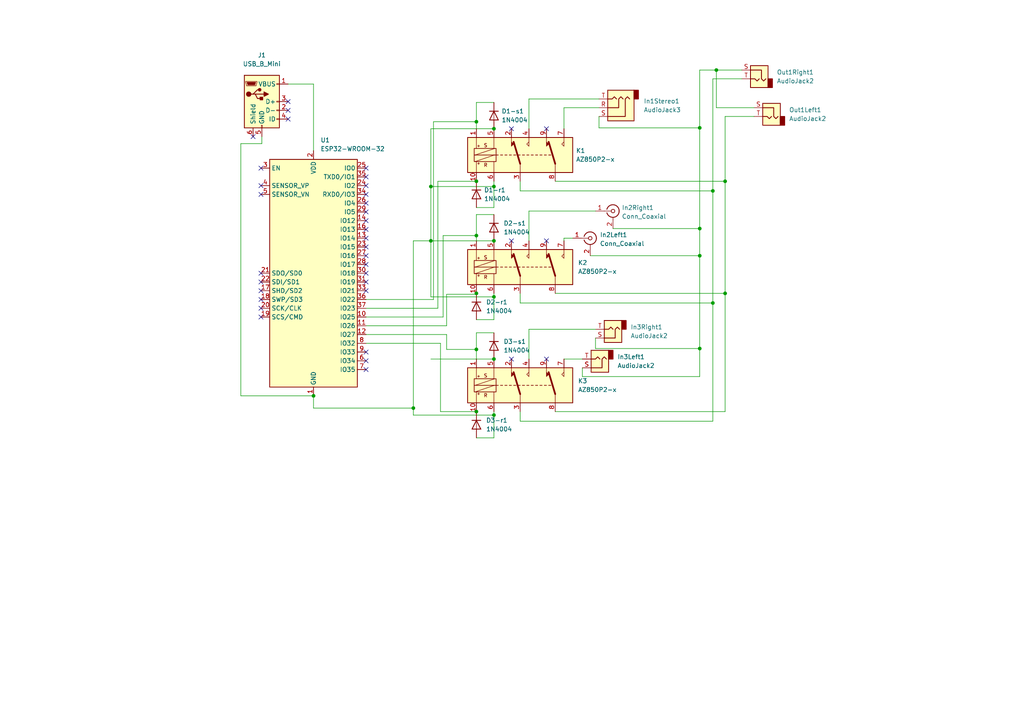
<source format=kicad_sch>
(kicad_sch (version 20211123) (generator eeschema)
  (paper "A4")
  (lib_symbols
    (symbol "Connector:AudioJack2"
      (property "Reference" "J" (at 0 8.89 0))
      (property "Value" "AudioJack2" (at 0 6.35 0))
      (symbol "AudioJack2_0_1"
        (rectangle (start -3.81 0) (end -2.54 -2.54) (stroke (width 0.254)) (fill (type outline)))
        (rectangle (start -2.54 3.81) (end 2.54 -2.54) (stroke (width 0.254)) (fill (type background)))
        (polyline (pts (xy 0 0) (xy 0.635 -0.635) (xy 1.27 0) (xy 2.54 0)) (stroke (width 0.254)))
        (polyline (pts (xy 2.54 2.54) (xy -0.635 2.54) (xy -0.635 0) (xy -1.27 -0.635) (xy -1.905 0)) (stroke (width 0.254)))
      )
      (symbol "AudioJack2_1_1"
        (pin passive line (at 5.08 2.54 180) (length 2.54) (name "~") (number "S"))
        (pin passive line (at 5.08 0 180) (length 2.54) (name "~") (number "T"))
      )
    )
    (symbol "Connector:AudioJack3"
      (property "Reference" "J" (at 0 8.89 0))
      (property "Value" "AudioJack3" (at 0 6.35 0))
      (symbol "AudioJack3_0_1"
        (rectangle (start -5.08 -5.08) (end -6.35 -2.54) (stroke (width 0.254)) (fill (type outline)))
        (polyline (pts (xy 0 -2.54) (xy 0.635 -3.175) (xy 1.27 -2.54) (xy 2.54 -2.54)) (stroke (width 0.254)))
        (polyline (pts (xy -1.905 -2.54) (xy -1.27 -3.175) (xy -0.635 -2.54) (xy -0.635 0) (xy 2.54 0)) (stroke (width 0.254)))
        (polyline (pts (xy 2.54 2.54) (xy -2.54 2.54) (xy -2.54 -2.54) (xy -3.175 -3.175) (xy -3.81 -2.54)) (stroke (width 0.254)))
        (rectangle (start 2.54 3.81) (end -5.08 -5.08) (stroke (width 0.254)) (fill (type background)))
      )
      (symbol "AudioJack3_1_1"
        (pin passive line (at 5.08 0 180) (length 2.54) (name "~") (number "R"))
        (pin passive line (at 5.08 2.54 180) (length 2.54) (name "~") (number "S"))
        (pin passive line (at 5.08 -2.54 180) (length 2.54) (name "~") (number "T"))
      )
    )
    (symbol "Connector:Conn_Coaxial" (pin_names (offset 1.016) hide)
      (property "Reference" "J" (at 0.254 3.048 0))
      (property "Value" "Conn_Coaxial" (at 2.921 0 90))
      (symbol "Conn_Coaxial_0_1"
        (arc (start -1.778 -0.508) (mid 0.222 -1.808) (end 1.778 0) (stroke (width 0.254)))
        (polyline (pts (xy -2.54 0) (xy -0.508 0)))
        (polyline (pts (xy 0 -2.54) (xy 0 -1.778)))
        (circle (center 0 0) (radius 0.508) (stroke (width 0.2032)))
        (arc (start 1.778 0) (mid 0.2221 1.8083) (end -1.778 0.508) (stroke (width 0.254)))
      )
      (symbol "Conn_Coaxial_1_1"
        (pin passive line (at -5.08 0 0) (length 2.54) (name "In") (number "1"))
        (pin passive line (at 0 -5.08 90) (length 2.54) (name "Ext") (number "2"))
      )
    )
    (symbol "Connector:USB_B_Mini" (pin_names (offset 1.016))
      (property "Reference" "J" (at -5.08 11.43 0))
      (property "Value" "USB_B_Mini" (at -5.08 8.89 0))
      (symbol "USB_B_Mini_0_1"
        (rectangle (start -5.08 -7.62) (end 5.08 7.62) (stroke (width 0.254)) (fill (type background)))
        (circle (center -3.81 2.159) (radius 0.635) (stroke (width 0.254)) (fill (type outline)))
        (circle (center -0.635 3.429) (radius 0.381) (stroke (width 0.254)) (fill (type outline)))
        (rectangle (start -0.127 -7.62) (end 0.127 -6.858))
        (polyline (pts (xy -1.905 2.159) (xy 0.635 2.159)) (stroke (width 0.254)))
        (polyline (pts (xy -3.175 2.159) (xy -2.54 2.159) (xy -1.27 3.429) (xy -0.635 3.429)) (stroke (width 0.254)))
        (polyline (pts (xy -2.54 2.159) (xy -1.905 2.159) (xy -1.27 0.889) (xy 0 0.889)) (stroke (width 0.254)))
        (polyline (pts (xy 0.635 2.794) (xy 0.635 1.524) (xy 1.905 2.159) (xy 0.635 2.794)) (stroke (width 0.254)) (fill (type outline)))
        (polyline (pts (xy -4.318 5.588) (xy -1.778 5.588) (xy -2.032 4.826) (xy -4.064 4.826) (xy -4.318 5.588)) (fill (type outline)))
        (polyline (pts (xy -4.699 5.842) (xy -4.699 5.588) (xy -4.445 4.826) (xy -4.445 4.572) (xy -1.651 4.572) (xy -1.651 4.826) (xy -1.397 5.588) (xy -1.397 5.842) (xy -4.699 5.842)))
        (rectangle (start 0.254 1.27) (end -0.508 0.508) (stroke (width 0.254)) (fill (type outline)))
        (rectangle (start 5.08 -5.207) (end 4.318 -4.953))
        (rectangle (start 5.08 -2.667) (end 4.318 -2.413))
        (rectangle (start 5.08 -0.127) (end 4.318 0.127))
        (rectangle (start 5.08 4.953) (end 4.318 5.207))
      )
      (symbol "USB_B_Mini_1_1"
        (pin power_out line (at 7.62 5.08 180) (length 2.54) (name "VBUS") (number "1"))
        (pin bidirectional line (at 7.62 -2.54 180) (length 2.54) (name "D-") (number "2"))
        (pin bidirectional line (at 7.62 0 180) (length 2.54) (name "D+") (number "3"))
        (pin passive line (at 7.62 -5.08 180) (length 2.54) (name "ID") (number "4"))
        (pin power_out line (at 0 -10.16 90) (length 2.54) (name "GND") (number "5"))
        (pin passive line (at -2.54 -10.16 90) (length 2.54) (name "Shield") (number "6"))
      )
    )
    (symbol "Diode:1N4004" (pin_numbers hide) (pin_names (offset 1.016) hide)
      (property "Reference" "D" (at 0 2.54 0))
      (property "Value" "1N4004" (at 0 -2.54 0))
      (symbol "1N4004_0_1"
        (polyline (pts (xy -1.27 1.27) (xy -1.27 -1.27)) (stroke (width 0.254)))
        (polyline (pts (xy 1.27 0) (xy -1.27 0)))
        (polyline (pts (xy 1.27 1.27) (xy 1.27 -1.27) (xy -1.27 0) (xy 1.27 1.27)) (stroke (width 0.254)))
      )
      (symbol "1N4004_1_1"
        (pin passive line (at -3.81 0 0) (length 2.54) (name "K") (number "1"))
        (pin passive line (at 3.81 0 180) (length 2.54) (name "A") (number "2"))
      )
    )
    (symbol "RF_Module:ESP32-WROOM-32"
      (property "Reference" "U" (at -12.7 34.29 0))
      (property "Value" "ESP32-WROOM-32" (at 1.27 34.29 0))
      (symbol "ESP32-WROOM-32_0_1"
        (rectangle (start -12.7 33.02) (end 12.7 -33.02) (stroke (width 0.254)) (fill (type background)))
      )
      (symbol "ESP32-WROOM-32_1_1"
        (pin power_in line (at 0 -35.56 90) (length 2.54) (name "GND") (number "1"))
        (pin bidirectional line (at 15.24 -12.7 180) (length 2.54) (name "IO25") (number "10"))
        (pin bidirectional line (at 15.24 -15.24 180) (length 2.54) (name "IO26") (number "11"))
        (pin bidirectional line (at 15.24 -17.78 180) (length 2.54) (name "IO27") (number "12"))
        (pin bidirectional line (at 15.24 10.16 180) (length 2.54) (name "IO14") (number "13"))
        (pin bidirectional line (at 15.24 15.24 180) (length 2.54) (name "IO12") (number "14"))
        (pin passive line (at 0 -35.56 90) (length 2.54) hide (name "GND") (number "15"))
        (pin bidirectional line (at 15.24 12.7 180) (length 2.54) (name "IO13") (number "16"))
        (pin bidirectional line (at -15.24 -5.08 0) (length 2.54) (name "SHD/SD2") (number "17"))
        (pin bidirectional line (at -15.24 -7.62 0) (length 2.54) (name "SWP/SD3") (number "18"))
        (pin bidirectional line (at -15.24 -12.7 0) (length 2.54) (name "SCS/CMD") (number "19"))
        (pin power_in line (at 0 35.56 270) (length 2.54) (name "VDD") (number "2"))
        (pin bidirectional line (at -15.24 -10.16 0) (length 2.54) (name "SCK/CLK") (number "20"))
        (pin bidirectional line (at -15.24 0 0) (length 2.54) (name "SDO/SD0") (number "21"))
        (pin bidirectional line (at -15.24 -2.54 0) (length 2.54) (name "SDI/SD1") (number "22"))
        (pin bidirectional line (at 15.24 7.62 180) (length 2.54) (name "IO15") (number "23"))
        (pin bidirectional line (at 15.24 25.4 180) (length 2.54) (name "IO2") (number "24"))
        (pin bidirectional line (at 15.24 30.48 180) (length 2.54) (name "IO0") (number "25"))
        (pin bidirectional line (at 15.24 20.32 180) (length 2.54) (name "IO4") (number "26"))
        (pin bidirectional line (at 15.24 5.08 180) (length 2.54) (name "IO16") (number "27"))
        (pin bidirectional line (at 15.24 2.54 180) (length 2.54) (name "IO17") (number "28"))
        (pin bidirectional line (at 15.24 17.78 180) (length 2.54) (name "IO5") (number "29"))
        (pin input line (at -15.24 30.48 0) (length 2.54) (name "EN") (number "3"))
        (pin bidirectional line (at 15.24 0 180) (length 2.54) (name "IO18") (number "30"))
        (pin bidirectional line (at 15.24 -2.54 180) (length 2.54) (name "IO19") (number "31"))
        (pin no_connect line (at -12.7 -27.94 0) (length 2.54) hide (name "NC") (number "32"))
        (pin bidirectional line (at 15.24 -5.08 180) (length 2.54) (name "IO21") (number "33"))
        (pin bidirectional line (at 15.24 22.86 180) (length 2.54) (name "RXD0/IO3") (number "34"))
        (pin bidirectional line (at 15.24 27.94 180) (length 2.54) (name "TXD0/IO1") (number "35"))
        (pin bidirectional line (at 15.24 -7.62 180) (length 2.54) (name "IO22") (number "36"))
        (pin bidirectional line (at 15.24 -10.16 180) (length 2.54) (name "IO23") (number "37"))
        (pin passive line (at 0 -35.56 90) (length 2.54) hide (name "GND") (number "38"))
        (pin passive line (at 0 -35.56 90) (length 2.54) hide (name "GND") (number "39"))
        (pin input line (at -15.24 25.4 0) (length 2.54) (name "SENSOR_VP") (number "4"))
        (pin input line (at -15.24 22.86 0) (length 2.54) (name "SENSOR_VN") (number "5"))
        (pin input line (at 15.24 -25.4 180) (length 2.54) (name "IO34") (number "6"))
        (pin input line (at 15.24 -27.94 180) (length 2.54) (name "IO35") (number "7"))
        (pin bidirectional line (at 15.24 -20.32 180) (length 2.54) (name "IO32") (number "8"))
        (pin bidirectional line (at 15.24 -22.86 180) (length 2.54) (name "IO33") (number "9"))
      )
    )
    (symbol "Relay:AZ850P2-x"
      (property "Reference" "K" (at 16.51 3.81 0))
      (property "Value" "AZ850P2-x" (at 16.51 1.27 0))
      (symbol "AZ850P2-x_0_0"
        (polyline (pts (xy -2.54 5.08) (xy -2.54 2.54) (xy -1.905 3.175) (xy -2.54 3.81)) (fill (type outline)))
        (polyline (pts (xy 2.54 5.08) (xy 2.54 2.54) (xy 1.905 3.175) (xy 2.54 3.81)))
        (polyline (pts (xy 7.62 5.08) (xy 7.62 2.54) (xy 8.255 3.175) (xy 7.62 3.81)) (fill (type outline)))
        (polyline (pts (xy 12.7 5.08) (xy 12.7 2.54) (xy 12.065 3.175) (xy 12.7 3.81)))
        (text "+" (at -12.065 -2.413 0) (effects (font (size 0.762 0.762))))
        (text "+" (at -12.065 2.667 0) (effects (font (size 0.762 0.762))))
        (text "R" (at -10.033 -2.921 0) (effects (font (size 1.016 1.016))))
        (text "S" (at -10.033 2.794 0) (effects (font (size 1.016 1.016))))
      )
      (symbol "AZ850P2-x_0_1"
        (rectangle (start -15.24 5.08) (end 15.24 -5.08) (stroke (width 0.254)) (fill (type background)))
        (rectangle (start -13.335 1.905) (end -6.985 -1.905) (stroke (width 0.2032)))
        (polyline (pts (xy -13.335 0) (xy -6.35 0)) (stroke (width 0.2032)))
        (polyline (pts (xy -13.081 -1.905) (xy -7.493 0)))
        (polyline (pts (xy -13.081 0) (xy -7.366 1.905)))
        (polyline (pts (xy -12.7 -5.08) (xy -12.7 -1.905)))
        (polyline (pts (xy -12.7 5.08) (xy -12.7 1.905)))
        (polyline (pts (xy -7.62 -5.08) (xy -7.62 -1.905)))
        (polyline (pts (xy -7.62 5.08) (xy -7.62 1.905)))
        (polyline (pts (xy -5.715 0) (xy -5.08 0)) (stroke (width 0.2032)))
        (polyline (pts (xy -4.445 0) (xy -3.81 0)) (stroke (width 0.2032)))
        (polyline (pts (xy -3.175 0) (xy -2.54 0)) (stroke (width 0.2032)))
        (polyline (pts (xy -1.905 0) (xy -1.27 0)) (stroke (width 0.2032)))
        (polyline (pts (xy -0.635 0) (xy 0 0)) (stroke (width 0.2032)))
        (polyline (pts (xy 0 -2.54) (xy -1.905 3.81)) (stroke (width 0.508)))
        (polyline (pts (xy 0 -2.54) (xy 0 -5.08)))
        (polyline (pts (xy 0.635 0) (xy 1.27 0)) (stroke (width 0.2032)))
        (polyline (pts (xy 1.905 0) (xy 2.54 0)) (stroke (width 0.2032)))
        (polyline (pts (xy 3.175 0) (xy 3.81 0)) (stroke (width 0.2032)))
        (polyline (pts (xy 4.445 0) (xy 5.08 0)) (stroke (width 0.2032)))
        (polyline (pts (xy 5.715 0) (xy 6.35 0)) (stroke (width 0.2032)))
        (polyline (pts (xy 6.985 0) (xy 7.62 0)) (stroke (width 0.2032)))
        (polyline (pts (xy 8.255 0) (xy 8.89 0)) (stroke (width 0.2032)))
        (polyline (pts (xy 10.16 -2.54) (xy 8.255 3.81)) (stroke (width 0.508)))
        (polyline (pts (xy 10.16 -2.54) (xy 10.16 -5.08)))
      )
      (symbol "AZ850P2-x_1_1"
        (pin passive line (at -12.7 7.62 270) (length 2.54) (name "~") (number "1"))
        (pin passive line (at -12.7 -7.62 90) (length 2.54) (name "~") (number "10"))
        (pin passive line (at -2.54 7.62 270) (length 2.54) (name "~") (number "2"))
        (pin passive line (at 0 -7.62 90) (length 2.54) (name "~") (number "3"))
        (pin passive line (at 2.54 7.62 270) (length 2.54) (name "~") (number "4"))
        (pin passive line (at -7.62 7.62 270) (length 2.54) (name "~") (number "5"))
        (pin passive line (at -7.62 -7.62 90) (length 2.54) (name "~") (number "6"))
        (pin passive line (at 12.7 7.62 270) (length 2.54) (name "~") (number "7"))
        (pin passive line (at 10.16 -7.62 90) (length 2.54) (name "~") (number "8"))
        (pin passive line (at 7.62 7.62 270) (length 2.54) (name "~") (number "9"))
      )
    )
  )
  (junction (at 90.932 114.808))
  (junction (at 210.312 85.09))
  (junction (at 207.772 20.32))
  (junction (at 143.256 120.396))
  (junction (at 138.176 101.346))
  (junction (at 206.756 87.884))
  (junction (at 143.256 104.14))
  (junction (at 138.176 68.326))
  (junction (at 124.968 69.85))
  (junction (at 202.946 101.092))
  (junction (at 138.176 85.09))
  (junction (at 202.946 37.084))
  (junction (at 210.312 52.578))
  (junction (at 143.256 54.102))
  (junction (at 202.946 66.294))
  (junction (at 138.176 35.306))
  (junction (at 124.968 54.102))
  (junction (at 143.256 86.106))
  (junction (at 143.256 37.338))
  (junction (at 138.176 119.38))
  (junction (at 138.176 52.578))
  (junction (at 202.946 74.168))
  (junction (at 119.888 118.364))
  (junction (at 206.756 55.372))
  (junction (at 143.256 69.85))
  (no_connect (at 158.496 37.338))
  (no_connect (at 148.336 37.338))
  (no_connect (at 83.566 29.464))
  (no_connect (at 83.566 32.004))
  (no_connect (at 73.406 39.624))
  (no_connect (at 83.566 34.544))
  (no_connect (at 106.172 53.848))
  (no_connect (at 106.172 107.188))
  (no_connect (at 106.172 102.108))
  (no_connect (at 106.172 104.648))
  (no_connect (at 148.336 104.14))
  (no_connect (at 158.496 104.14))
  (no_connect (at 106.172 69.088))
  (no_connect (at 106.172 71.628))
  (no_connect (at 106.172 74.168))
  (no_connect (at 106.172 76.708))
  (no_connect (at 106.172 79.248))
  (no_connect (at 106.172 81.788))
  (no_connect (at 106.172 84.328))
  (no_connect (at 158.496 69.85))
  (no_connect (at 148.336 69.85))
  (no_connect (at 106.172 56.388))
  (no_connect (at 106.172 58.928))
  (no_connect (at 106.172 61.468))
  (no_connect (at 106.172 64.008))
  (no_connect (at 106.172 66.548))
  (no_connect (at 106.172 48.768))
  (no_connect (at 75.692 81.788))
  (no_connect (at 75.692 84.328))
  (no_connect (at 75.692 86.868))
  (no_connect (at 106.172 51.308))
  (no_connect (at 75.692 48.768))
  (no_connect (at 75.692 56.388))
  (no_connect (at 75.692 79.248))
  (no_connect (at 75.692 53.848))
  (no_connect (at 75.692 89.408))
  (no_connect (at 75.692 91.948))
  (wire (pts (xy 207.772 31.242) (xy 207.772 20.32)))
  (wire (pts (xy 215.138 20.32) (xy 207.772 20.32)))
  (wire (pts (xy 143.256 29.718) (xy 138.176 29.718)))
  (wire (pts (xy 202.946 66.294) (xy 202.946 74.168)))
  (wire (pts (xy 206.756 87.884) (xy 206.756 122.174)))
  (wire (pts (xy 218.694 31.242) (xy 207.772 31.242)))
  (wire (pts (xy 150.876 87.884) (xy 206.756 87.884)))
  (wire (pts (xy 143.256 52.578) (xy 143.256 54.102)))
  (wire (pts (xy 161.036 52.578) (xy 210.312 52.578)))
  (wire (pts (xy 138.176 60.198) (xy 143.256 60.198)))
  (wire (pts (xy 150.876 52.578) (xy 150.876 55.372)))
  (wire (pts (xy 173.736 33.782) (xy 173.736 37.084)))
  (wire (pts (xy 210.312 52.578) (xy 210.312 85.09)))
  (wire (pts (xy 90.932 118.364) (xy 119.888 118.364)))
  (wire (pts (xy 127 89.408) (xy 106.172 89.408)))
  (wire (pts (xy 125.73 86.868) (xy 125.73 35.306)))
  (wire (pts (xy 150.876 119.38) (xy 150.876 122.174)))
  (wire (pts (xy 153.416 95.504) (xy 153.416 104.14)))
  (wire (pts (xy 210.312 33.782) (xy 218.694 33.782)))
  (wire (pts (xy 124.968 54.102) (xy 143.256 54.102)))
  (wire (pts (xy 129.54 101.346) (xy 138.176 101.346)))
  (wire (pts (xy 153.416 28.702) (xy 173.736 28.702)))
  (wire (pts (xy 168.91 106.68) (xy 168.91 109.22)))
  (wire (pts (xy 138.176 85.09) (xy 138.176 85.344)))
  (wire (pts (xy 127.762 119.38) (xy 138.176 119.38)))
  (wire (pts (xy 138.176 68.326) (xy 138.176 69.85)))
  (wire (pts (xy 124.968 37.338) (xy 124.968 54.102)))
  (wire (pts (xy 172.72 98.044) (xy 172.72 101.092)))
  (wire (pts (xy 172.72 61.214) (xy 153.416 61.214)))
  (wire (pts (xy 138.176 62.23) (xy 138.176 68.326)))
  (wire (pts (xy 177.8 66.294) (xy 202.946 66.294)))
  (wire (pts (xy 202.946 20.32) (xy 202.946 37.084)))
  (wire (pts (xy 171.196 74.168) (xy 202.946 74.168)))
  (wire (pts (xy 138.176 92.71) (xy 143.256 92.71)))
  (wire (pts (xy 106.172 99.568) (xy 127.762 99.568)))
  (wire (pts (xy 129.54 85.344) (xy 129.54 94.488)))
  (wire (pts (xy 143.256 86.106) (xy 143.256 85.09)))
  (wire (pts (xy 138.176 127) (xy 143.256 127)))
  (wire (pts (xy 83.566 24.384) (xy 90.932 24.384)))
  (wire (pts (xy 138.176 68.326) (xy 128.524 68.326)))
  (wire (pts (xy 143.256 96.52) (xy 138.176 96.52)))
  (wire (pts (xy 202.946 74.168) (xy 202.946 101.092)))
  (wire (pts (xy 124.968 104.14) (xy 143.256 104.14)))
  (wire (pts (xy 124.968 86.106) (xy 143.256 86.106)))
  (wire (pts (xy 119.888 69.85) (xy 119.888 118.364)))
  (wire (pts (xy 124.968 69.85) (xy 143.256 69.85)))
  (wire (pts (xy 163.576 104.14) (xy 168.91 104.14)))
  (wire (pts (xy 138.176 85.344) (xy 129.54 85.344)))
  (wire (pts (xy 129.54 94.488) (xy 106.172 94.488)))
  (wire (pts (xy 206.756 55.372) (xy 206.756 22.86)))
  (wire (pts (xy 150.876 85.09) (xy 150.876 87.884)))
  (wire (pts (xy 75.946 41.656) (xy 75.946 39.624)))
  (wire (pts (xy 163.576 69.088) (xy 166.116 69.088)))
  (wire (pts (xy 206.756 55.372) (xy 206.756 87.884)))
  (wire (pts (xy 161.036 119.38) (xy 210.312 119.38)))
  (wire (pts (xy 168.91 109.22) (xy 202.946 109.22)))
  (wire (pts (xy 143.256 120.396) (xy 143.256 119.38)))
  (wire (pts (xy 163.576 31.242) (xy 173.736 31.242)))
  (wire (pts (xy 163.576 69.85) (xy 163.576 69.088)))
  (wire (pts (xy 143.256 127) (xy 143.256 120.396)))
  (wire (pts (xy 90.932 114.808) (xy 90.932 118.364)))
  (wire (pts (xy 138.176 35.306) (xy 138.176 37.338)))
  (wire (pts (xy 210.312 85.09) (xy 210.312 119.38)))
  (wire (pts (xy 210.312 52.578) (xy 210.312 33.782)))
  (wire (pts (xy 124.968 69.85) (xy 124.968 86.106)))
  (wire (pts (xy 129.54 97.028) (xy 129.54 101.346)))
  (wire (pts (xy 138.176 96.52) (xy 138.176 101.346)))
  (wire (pts (xy 143.256 62.23) (xy 138.176 62.23)))
  (wire (pts (xy 173.736 37.084) (xy 202.946 37.084)))
  (wire (pts (xy 153.416 28.702) (xy 153.416 37.338)))
  (wire (pts (xy 150.876 122.174) (xy 206.756 122.174)))
  (wire (pts (xy 163.576 31.242) (xy 163.576 37.338)))
  (wire (pts (xy 207.772 20.32) (xy 202.946 20.32)))
  (wire (pts (xy 172.72 95.504) (xy 153.416 95.504)))
  (wire (pts (xy 106.172 86.868) (xy 125.73 86.868)))
  (wire (pts (xy 150.876 55.372) (xy 206.756 55.372)))
  (wire (pts (xy 138.176 101.346) (xy 138.176 104.14)))
  (wire (pts (xy 161.036 85.09) (xy 210.312 85.09)))
  (wire (pts (xy 202.946 37.084) (xy 202.946 66.294)))
  (wire (pts (xy 128.524 91.948) (xy 106.172 91.948)))
  (wire (pts (xy 90.932 24.384) (xy 90.932 43.688)))
  (wire (pts (xy 124.968 37.338) (xy 143.256 37.338)))
  (wire (pts (xy 143.256 92.71) (xy 143.256 86.106)))
  (wire (pts (xy 119.888 118.364) (xy 119.888 120.396)))
  (wire (pts (xy 69.85 114.808) (xy 69.85 41.656)))
  (wire (pts (xy 128.524 68.326) (xy 128.524 91.948)))
  (wire (pts (xy 90.932 114.808) (xy 69.85 114.808)))
  (wire (pts (xy 138.176 52.578) (xy 127 52.578)))
  (wire (pts (xy 125.73 35.306) (xy 138.176 35.306)))
  (wire (pts (xy 206.756 22.86) (xy 215.138 22.86)))
  (wire (pts (xy 202.946 101.092) (xy 202.946 109.22)))
  (wire (pts (xy 172.72 101.092) (xy 202.946 101.092)))
  (wire (pts (xy 153.416 61.214) (xy 153.416 69.85)))
  (wire (pts (xy 138.176 29.718) (xy 138.176 35.306)))
  (wire (pts (xy 119.888 120.396) (xy 143.256 120.396)))
  (wire (pts (xy 143.256 54.102) (xy 143.256 60.198)))
  (wire (pts (xy 69.85 41.656) (xy 75.946 41.656)))
  (wire (pts (xy 127.762 99.568) (xy 127.762 119.38)))
  (wire (pts (xy 127 52.578) (xy 127 89.408)))
  (wire (pts (xy 124.968 54.102) (xy 124.968 69.85)))
  (wire (pts (xy 106.172 97.028) (xy 129.54 97.028)))
  (wire (pts (xy 119.888 69.85) (xy 124.968 69.85)))
  (symbol (lib_id "Diode:1N4004") (at 138.176 56.388 270) (unit 1)
    (property "Reference" "D1-r1" (at 140.3858 55.1179 90) (effects (justify left)))
    (property "Value" "1N4004" (at 140.3858 57.6579 90) (effects (justify left)))
    (property "Footprint" "Diode_THT:D_DO-41_SOD81_P10.16mm_Horizontal" (effects hide))
    (property "Datasheet" "http://www.vishay.com/docs/88503/1n4001.pdf" (effects hide))
  )
  (symbol (lib_id "Connector:AudioJack2") (at 177.8 95.504 180) (unit 1)
    (property "Reference" "In3Right1" (at 182.88 94.8689 0) (effects (justify right)))
    (property "Value" "AudioJack2" (at 182.88 97.4089 0) (effects (justify right)))
  )
  (symbol (lib_id "Diode:1N4004") (at 138.176 123.19 270) (unit 1)
    (property "Reference" "D3-r1" (at 140.97 121.9199 90) (effects (justify left)))
    (property "Value" "1N4004" (at 140.97 124.4599 90) (effects (justify left)))
    (property "Footprint" "Diode_THT:D_DO-41_SOD81_P10.16mm_Horizontal" (effects hide))
    (property "Datasheet" "http://www.vishay.com/docs/88503/1n4001.pdf" (effects hide))
  )
  (symbol (lib_id "Diode:1N4004") (at 138.176 88.9 270) (unit 1)
    (property "Reference" "D2-r1" (at 140.97 87.6299 90) (effects (justify left)))
    (property "Value" "1N4004" (at 140.97 90.1699 90) (effects (justify left)))
    (property "Footprint" "Diode_THT:D_DO-41_SOD81_P10.16mm_Horizontal" (effects hide))
    (property "Datasheet" "http://www.vishay.com/docs/88503/1n4001.pdf" (effects hide))
  )
  (symbol (lib_id "Diode:1N4004") (at 143.256 33.528 270) (unit 1)
    (property "Reference" "D1-s1" (at 145.4658 32.2579 90) (effects (justify left)))
    (property "Value" "1N4004" (at 145.4658 34.7979 90) (effects (justify left)))
    (property "Footprint" "Diode_THT:D_DO-41_SOD81_P10.16mm_Horizontal" (effects hide))
    (property "Datasheet" "http://www.vishay.com/docs/88503/1n4001.pdf" (effects hide))
  )
  (symbol (lib_id "Connector:Conn_Coaxial") (at 171.196 69.088 0) (unit 1)
    (property "Reference" "In2Left1" (at 173.99 68.1111 0) (effects (justify left)))
    (property "Value" "Conn_Coaxial" (at 173.99 70.6511 0) (effects (justify left)))
    (property "Datasheet" " ~" (effects hide))
  )
  (symbol (lib_id "Relay:AZ850P2-x") (at 150.876 77.47 0) (unit 1)
    (property "Reference" "K2" (at 167.64 76.1999 0) (effects (justify left)))
    (property "Value" "AZ850P2-x" (at 167.64 78.7399 0) (effects (justify left)))
    (property "Footprint" "Relay_THT:Relay_DPDT_FRT5" (effects hide))
    (property "Datasheet" "http://www.azettler.com/pdfs/az850.pdf" (effects hide))
  )
  (symbol (lib_id "Connector:AudioJack2") (at 173.99 104.14 180) (unit 1)
    (property "Reference" "In3Left1" (at 179.07 103.5049 0) (effects (justify right)))
    (property "Value" "AudioJack2" (at 179.07 106.0449 0) (effects (justify right)))
  )
  (symbol (lib_id "Connector:AudioJack2") (at 220.218 22.86 0) (mirror y) (unit 1)
    (property "Reference" "Out1Right1" (at 225.298 20.9549 0) (effects (justify right)))
    (property "Value" "AudioJack2" (at 225.298 23.4949 0) (effects (justify right)))
  )
  (symbol (lib_id "Connector:AudioJack2") (at 223.774 33.782 0) (mirror y) (unit 1)
    (property "Reference" "Out1Left1" (at 228.854 31.8769 0) (effects (justify right)))
    (property "Value" "AudioJack2" (at 228.854 34.4169 0) (effects (justify right)))
  )
  (symbol (lib_id "Connector:Conn_Coaxial") (at 177.8 61.214 0) (unit 1)
    (property "Reference" "In2Right1" (at 180.34 60.2371 0) (effects (justify left)))
    (property "Value" "Conn_Coaxial" (at 180.34 62.7771 0) (effects (justify left)))
    (property "Datasheet" " ~" (effects hide))
  )
  (symbol (lib_id "Diode:1N4004") (at 143.256 66.04 270) (unit 1)
    (property "Reference" "D2-s1" (at 146.05 64.7699 90) (effects (justify left)))
    (property "Value" "1N4004" (at 146.05 67.3099 90) (effects (justify left)))
    (property "Footprint" "Diode_THT:D_DO-41_SOD81_P10.16mm_Horizontal" (effects hide))
    (property "Datasheet" "http://www.vishay.com/docs/88503/1n4001.pdf" (effects hide))
  )
  (symbol (lib_id "Relay:AZ850P2-x") (at 150.876 111.76 0) (unit 1)
    (property "Reference" "K3" (at 167.64 110.4899 0) (effects (justify left)))
    (property "Value" "AZ850P2-x" (at 167.64 113.0299 0) (effects (justify left)))
    (property "Footprint" "Relay_THT:Relay_DPDT_FRT5" (effects hide))
    (property "Datasheet" "http://www.azettler.com/pdfs/az850.pdf" (effects hide))
  )
  (symbol (lib_id "Relay:AZ850P2-x") (at 150.876 44.958 0) (unit 1)
    (property "Reference" "K1" (at 167.0558 43.6879 0) (effects (justify left)))
    (property "Value" "AZ850P2-x" (at 167.0558 46.2279 0) (effects (justify left)))
    (property "Footprint" "Relay_THT:Relay_DPDT_FRT5" (effects hide))
    (property "Datasheet" "http://www.azettler.com/pdfs/az850.pdf" (effects hide))
  )
  (symbol (lib_id "Diode:1N4004") (at 143.256 100.33 270) (unit 1)
    (property "Reference" "D3-s1" (at 146.05 99.0599 90) (effects (justify left)))
    (property "Value" "1N4004" (at 146.05 101.5999 90) (effects (justify left)))
    (property "Footprint" "Diode_THT:D_DO-41_SOD81_P10.16mm_Horizontal" (effects hide))
    (property "Datasheet" "http://www.vishay.com/docs/88503/1n4001.pdf" (effects hide))
  )
  (symbol (lib_id "Connector:AudioJack3") (at 178.816 31.242 180) (unit 1)
    (property "Reference" "In1Stereo1" (at 186.69 29.3369 0) (effects (justify right)))
    (property "Value" "AudioJack3" (at 186.69 31.8769 0) (effects (justify right)))
  )
  (symbol (lib_id "Connector:USB_B_Mini") (at 75.946 29.464 0) (unit 1)
    (property "Reference" "J1" (at 75.946 16.002 0))
    (property "Value" "USB_B_Mini" (at 75.946 18.542 0))
  )
  (symbol (lib_id "RF_Module:ESP32-WROOM-32") (at 90.932 79.248 0) (unit 1)
    (property "Reference" "U1" (at 92.9514 40.64 0) (effects (justify left)))
    (property "Value" "ESP32-WROOM-32" (at 92.9514 43.18 0) (effects (justify left)))
    (property "Footprint" "RF_Module:ESP32-WROOM-32" (effects hide))
    (property "Datasheet" "https://www.espressif.com/sites/default/files/documentation/esp32-wroom-32_datasheet_en.pdf" (effects hide))
  )
)
</source>
